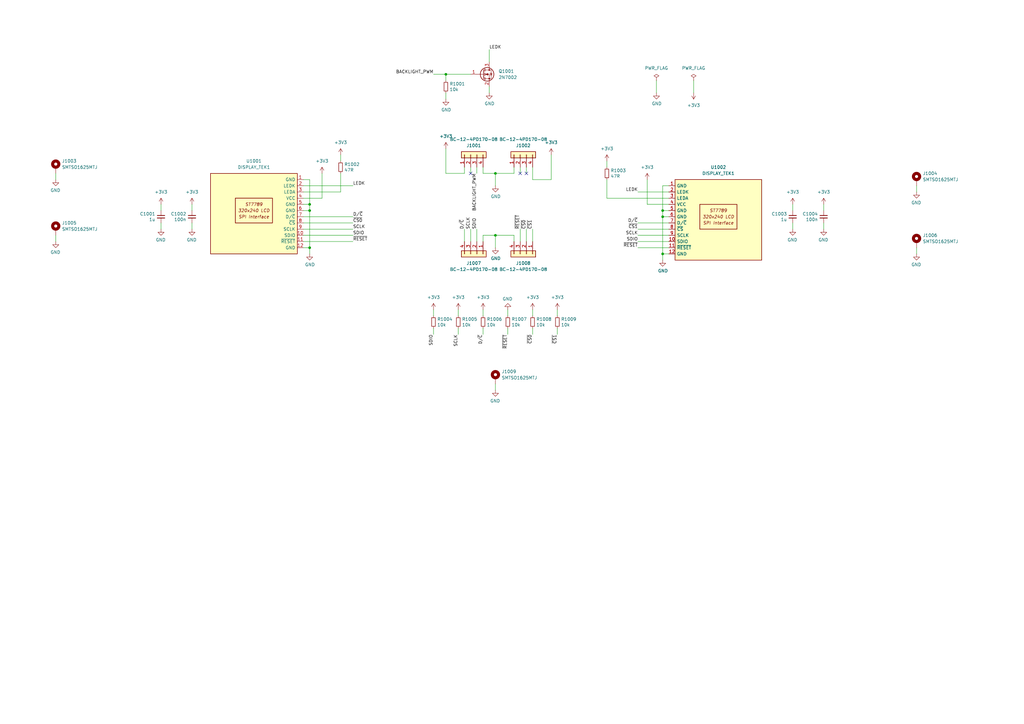
<source format=kicad_sch>
(kicad_sch (version 20231120) (generator "eeschema") (generator_version "8.0")
  (paper "A3")
  (lib_symbols
    (symbol "Connector_Generic:Conn_01x04" (pin_names (offset 1.016) hide)
      (property "Reference" "J" (at 0 5.08 0))
      (property "Value" "Conn_01x04" (at 0 -7.62 0))
      (symbol "Conn_01x04_1_1"
        (rectangle (start -1.27 -4.953) (end 0 -5.207) (stroke (width 0.1524)))
        (rectangle (start -1.27 -2.413) (end 0 -2.667) (stroke (width 0.1524)))
        (rectangle (start -1.27 0.127) (end 0 -0.127) (stroke (width 0.1524)))
        (rectangle (start -1.27 2.667) (end 0 2.413) (stroke (width 0.1524)))
        (rectangle (start -1.27 3.81) (end 1.27 -6.35) (stroke (width 0.254)) (fill (type background)))
        (pin passive line (at -5.08 2.54 0) (length 3.81) (name "Pin_1") (number "1"))
        (pin passive line (at -5.08 0 0) (length 3.81) (name "Pin_2") (number "2"))
        (pin passive line (at -5.08 -2.54 0) (length 3.81) (name "Pin_3") (number "3"))
        (pin passive line (at -5.08 -5.08 0) (length 3.81) (name "Pin_4") (number "4"))
      )
    )
    (symbol "Transistor_FET:2N7002" (pin_names hide)
      (property "Reference" "Q" (at 5.08 1.905 0))
      (property "Value" "2N7002" (at 5.08 0 0))
      (symbol "2N7002_0_1"
        (polyline (pts (xy 0.254 0) (xy -2.54 0)))
        (polyline (pts (xy 0.254 1.905) (xy 0.254 -1.905)) (stroke (width 0.254)))
        (polyline (pts (xy 0.762 -1.27) (xy 0.762 -2.286)) (stroke (width 0.254)))
        (polyline (pts (xy 0.762 0.508) (xy 0.762 -0.508)) (stroke (width 0.254)))
        (polyline (pts (xy 0.762 2.286) (xy 0.762 1.27)) (stroke (width 0.254)))
        (polyline (pts (xy 2.54 2.54) (xy 2.54 1.778)))
        (polyline (pts (xy 2.54 -2.54) (xy 2.54 0) (xy 0.762 0)))
        (polyline (pts (xy 0.762 -1.778) (xy 3.302 -1.778) (xy 3.302 1.778) (xy 0.762 1.778)))
        (polyline (pts (xy 1.016 0) (xy 2.032 0.381) (xy 2.032 -0.381) (xy 1.016 0)) (fill (type outline)))
        (polyline (pts (xy 2.794 0.508) (xy 2.921 0.381) (xy 3.683 0.381) (xy 3.81 0.254)))
        (polyline (pts (xy 3.302 0.381) (xy 2.921 -0.254) (xy 3.683 -0.254) (xy 3.302 0.381)))
        (circle (center 1.651 0) (radius 2.794) (stroke (width 0.254)))
        (circle (center 2.54 -1.778) (radius 0.254) (fill (type outline)))
        (circle (center 2.54 1.778) (radius 0.254) (fill (type outline)))
      )
      (symbol "2N7002_1_1"
        (pin input line (at -5.08 0 0) (length 2.54) (name "G") (number "1"))
        (pin passive line (at 2.54 -5.08 90) (length 2.54) (name "S") (number "2"))
        (pin passive line (at 2.54 5.08 270) (length 2.54) (name "D") (number "3"))
      )
    )
    (symbol "power:+3V3" (power) (pin_names (offset 0))
      (property "Value" "+3V3" (at 0 3.556 0))
      (symbol "+3V3_0_1"
        (polyline (pts (xy -0.762 1.27) (xy 0 2.54)))
        (polyline (pts (xy 0 0) (xy 0 2.54)))
        (polyline (pts (xy 0 2.54) (xy 0.762 1.27)))
      )
      (symbol "+3V3_1_1"
        (pin power_in line (at 0 0 90) (length 0) hide (name "+3V3") (number "1"))
      )
    )
    (symbol "power:GND" (power) (pin_names (offset 0))
      (property "Value" "GND" (at 0 -3.81 0))
      (symbol "GND_0_1"
        (polyline (pts (xy 0 0) (xy 0 -1.27) (xy 1.27 -1.27) (xy 0 -2.54) (xy -1.27 -1.27) (xy 0 -1.27)))
      )
      (symbol "GND_1_1"
        (pin power_in line (at 0 0 270) (length 0) hide (name "GND") (number "1"))
      )
    )
    (symbol "power:PWR_FLAG" (power) (pin_numbers hide) (pin_names (offset 0) hide)
      (property "Value" "PWR_FLAG" (at 0 3.81 0))
      (symbol "PWR_FLAG_0_0"
        (pin power_out line (at 0 0 90) (length 0) (name "pwr") (number "1"))
      )
      (symbol "PWR_FLAG_0_1"
        (polyline (pts (xy 0 0) (xy 0 1.27) (xy -1.016 1.905) (xy 0 2.54) (xy 1.016 1.905) (xy 0 1.27)))
      )
    )
    (symbol "suku_basics:CAP" (pin_numbers hide) (pin_names (offset 0.254) hide)
      (property "Reference" "C" (at 0.254 1.778 0))
      (symbol "CAP_0_1"
        (polyline (pts (xy -1.524 -0.508) (xy 1.524 -0.508)) (stroke (width 0.3302)))
        (polyline (pts (xy -1.524 0.508) (xy 1.524 0.508)) (stroke (width 0.3048)))
      )
      (symbol "CAP_1_1"
        (pin passive line (at 0 2.54 270) (length 2.032) (name "~") (number "1"))
        (pin passive line (at 0 -2.54 90) (length 2.032) (name "~") (number "2"))
      )
    )
    (symbol "suku_basics:DISPLAY_TEK1" (pin_names (offset 0.762))
      (property "Reference" "U" (at -17.78 20.32 0))
      (property "Value" "DISPLAY_TEK1" (at -10.16 20.32 0))
      (symbol "DISPLAY_TEK1_0_0"
        (text "320x240 LCD" (at 0 0 0) (effects (font (size 1.27 1.27) (italic yes))))
      )
      (symbol "DISPLAY_TEK1_0_1"
        (rectangle (start -17.78 15.24) (end 17.78 -17.78) (stroke (width 0.254)) (fill (type background)))
        (rectangle (start -7.62 5.08) (end 7.62 -5.08) (stroke (width 0.254)))
      )
      (symbol "DISPLAY_TEK1_1_0"
        (text "SPI Interface" (at 0 -2.54 0) (effects (font (size 1.27 1.27) (italic yes))))
        (text "ST7789" (at 0 2.54 0) (effects (font (size 1.27 1.27) (italic yes))))
      )
      (symbol "DISPLAY_TEK1_1_1"
        (pin power_in line (at 20.32 12.7 180) (length 2.54) (name "GND") (number "1"))
        (pin input line (at 20.32 -10.16 180) (length 2.54) (name "SDIO") (number "10"))
        (pin input line (at 20.32 -12.7 180) (length 2.54) (name "~{RESET}") (number "11"))
        (pin power_in line (at 20.32 -15.24 180) (length 2.54) (name "GND") (number "12"))
        (pin passive line (at 20.32 10.16 180) (length 2.54) (name "LEDK") (number "2"))
        (pin passive line (at 20.32 7.62 180) (length 2.54) (name "LEDA") (number "3"))
        (pin power_in line (at 20.32 5.08 180) (length 2.54) (name "VCC") (number "4"))
        (pin power_in line (at 20.32 2.54 180) (length 2.54) (name "GND") (number "5"))
        (pin power_in line (at 20.32 0 180) (length 2.54) (name "GND") (number "6"))
        (pin input line (at 20.32 -2.54 180) (length 2.54) (name "D/~{C}") (number "7"))
        (pin input line (at 20.32 -5.08 180) (length 2.54) (name "~{CS}") (number "8"))
        (pin input line (at 20.32 -7.62 180) (length 2.54) (name "SCLK") (number "9"))
      )
    )
    (symbol "suku_basics:RES" (pin_numbers hide) (pin_names (offset 0.254) hide)
      (property "Reference" "R" (at 0.762 0.508 0))
      (symbol "RES_1_1"
        (rectangle (start -0.762 1.778) (end 0.762 -1.778) (stroke (width 0.2032)))
        (pin passive line (at 0 2.54 270) (length 0.762) (name "~") (number "1"))
        (pin passive line (at 0 -2.54 90) (length 0.762) (name "~") (number "2"))
      )
    )
    (symbol "suku_basics:SMD_NUT" (pin_numbers hide) (pin_names (offset 1.016) hide)
      (property "Reference" "J" (at 0 6.35 0))
      (property "Value" "SMD_NUT" (at 0 4.445 0))
      (symbol "SMD_NUT_0_1"
        (circle (center 0 1.27) (radius 1.27) (stroke (width 1.27)))
      )
      (symbol "SMD_NUT_1_1"
        (pin input line (at 0 -2.54 90) (length 2.54) (name "1") (number "1"))
      )
    )
  )
  (junction (at 203.2 96.52))
  (junction (at 203.2 71.12))
  (junction (at 271.78 104.14))
  (junction (at 127 101.6))
  (junction (at 127 86.36))
  (junction (at 182.88 30.48))
  (junction (at 271.78 88.9))
  (junction (at 127 83.82))
  (junction (at 271.78 86.36))
  (no_connect (at 213.36 71.12))
  (no_connect (at 193.04 71.12))
  (no_connect (at 215.9 71.12))
  (wire (pts (xy 190.5 93.98) (xy 190.5 99.06)))
  (wire (pts (xy 66.04 91.44) (xy 66.04 93.98)))
  (wire (pts (xy 198.12 71.12) (xy 198.12 68.58)))
  (wire (pts (xy 124.46 73.66) (xy 127 73.66)))
  (wire (pts (xy 203.2 71.12) (xy 210.82 71.12)))
  (wire (pts (xy 337.82 91.44) (xy 337.82 93.98)))
  (wire (pts (xy 22.86 71.12) (xy 22.86 73.66)))
  (wire (pts (xy 218.44 93.98) (xy 218.44 99.06)))
  (wire (pts (xy 248.92 73.66) (xy 248.92 81.28)))
  (wire (pts (xy 124.46 96.52) (xy 144.78 96.52)))
  (wire (pts (xy 124.46 78.74) (xy 139.7 78.74)))
  (wire (pts (xy 182.88 30.48) (xy 193.04 30.48)))
  (wire (pts (xy 203.2 71.12) (xy 198.12 71.12)))
  (wire (pts (xy 261.62 91.44) (xy 274.32 91.44)))
  (wire (pts (xy 218.44 73.66) (xy 226.06 73.66)))
  (wire (pts (xy 274.32 93.98) (xy 261.62 93.98)))
  (wire (pts (xy 208.28 127) (xy 208.28 129.54)))
  (wire (pts (xy 78.74 91.44) (xy 78.74 93.98)))
  (wire (pts (xy 271.78 76.2) (xy 271.78 86.36)))
  (wire (pts (xy 200.66 20.32) (xy 200.66 25.4)))
  (wire (pts (xy 127 101.6) (xy 127 104.14)))
  (wire (pts (xy 265.43 83.82) (xy 274.32 83.82)))
  (wire (pts (xy 66.04 83.82) (xy 66.04 86.36)))
  (wire (pts (xy 200.66 38.1) (xy 200.66 35.56)))
  (wire (pts (xy 22.86 96.52) (xy 22.86 99.06)))
  (wire (pts (xy 325.12 83.82) (xy 325.12 86.36)))
  (wire (pts (xy 274.32 86.36) (xy 271.78 86.36)))
  (wire (pts (xy 127 73.66) (xy 127 83.82)))
  (wire (pts (xy 127 83.82) (xy 127 86.36)))
  (wire (pts (xy 124.46 91.44) (xy 144.78 91.44)))
  (wire (pts (xy 203.2 71.12) (xy 203.2 76.2)))
  (wire (pts (xy 182.88 60.96) (xy 182.88 71.12)))
  (wire (pts (xy 124.46 99.06) (xy 144.78 99.06)))
  (wire (pts (xy 274.32 76.2) (xy 271.78 76.2)))
  (wire (pts (xy 210.82 99.06) (xy 210.82 96.52)))
  (wire (pts (xy 218.44 134.62) (xy 218.44 137.16)))
  (wire (pts (xy 261.62 101.6) (xy 274.32 101.6)))
  (wire (pts (xy 274.32 88.9) (xy 271.78 88.9)))
  (wire (pts (xy 218.44 127) (xy 218.44 129.54)))
  (wire (pts (xy 195.58 68.58) (xy 195.58 71.12)))
  (wire (pts (xy 269.24 33.02) (xy 269.24 38.1)))
  (wire (pts (xy 213.36 93.98) (xy 213.36 99.06)))
  (wire (pts (xy 187.96 134.62) (xy 187.96 137.16)))
  (wire (pts (xy 215.9 93.98) (xy 215.9 99.06)))
  (wire (pts (xy 182.88 71.12) (xy 190.5 71.12)))
  (wire (pts (xy 177.8 127) (xy 177.8 129.54)))
  (wire (pts (xy 177.8 30.48) (xy 182.88 30.48)))
  (wire (pts (xy 182.88 38.1) (xy 182.88 40.64)))
  (wire (pts (xy 78.74 83.82) (xy 78.74 86.36)))
  (wire (pts (xy 124.46 81.28) (xy 132.08 81.28)))
  (wire (pts (xy 271.78 106.68) (xy 271.78 104.14)))
  (wire (pts (xy 195.58 93.98) (xy 195.58 99.06)))
  (wire (pts (xy 208.28 134.62) (xy 208.28 137.16)))
  (wire (pts (xy 190.5 71.12) (xy 190.5 68.58)))
  (wire (pts (xy 271.78 104.14) (xy 274.32 104.14)))
  (wire (pts (xy 124.46 93.98) (xy 144.78 93.98)))
  (wire (pts (xy 248.92 81.28) (xy 274.32 81.28)))
  (wire (pts (xy 271.78 86.36) (xy 271.78 88.9)))
  (wire (pts (xy 203.2 157.48) (xy 203.2 160.02)))
  (wire (pts (xy 193.04 93.98) (xy 193.04 99.06)))
  (wire (pts (xy 198.12 134.62) (xy 198.12 137.16)))
  (wire (pts (xy 139.7 71.12) (xy 139.7 78.74)))
  (wire (pts (xy 203.2 96.52) (xy 198.12 96.52)))
  (wire (pts (xy 228.6 134.62) (xy 228.6 137.16)))
  (wire (pts (xy 182.88 33.02) (xy 182.88 30.48)))
  (wire (pts (xy 284.48 33.02) (xy 284.48 38.1)))
  (wire (pts (xy 210.82 71.12) (xy 210.82 68.58)))
  (wire (pts (xy 139.7 63.5) (xy 139.7 66.04)))
  (wire (pts (xy 210.82 96.52) (xy 203.2 96.52)))
  (wire (pts (xy 218.44 73.66) (xy 218.44 68.58)))
  (wire (pts (xy 124.46 101.6) (xy 127 101.6)))
  (wire (pts (xy 248.92 66.04) (xy 248.92 68.58)))
  (wire (pts (xy 261.62 99.06) (xy 274.32 99.06)))
  (wire (pts (xy 127 86.36) (xy 127 101.6)))
  (wire (pts (xy 271.78 88.9) (xy 271.78 104.14)))
  (wire (pts (xy 198.12 96.52) (xy 198.12 99.06)))
  (wire (pts (xy 261.62 78.74) (xy 274.32 78.74)))
  (wire (pts (xy 226.06 63.5) (xy 226.06 73.66)))
  (wire (pts (xy 203.2 101.6) (xy 203.2 96.52)))
  (wire (pts (xy 213.36 68.58) (xy 213.36 71.12)))
  (wire (pts (xy 261.62 96.52) (xy 274.32 96.52)))
  (wire (pts (xy 337.82 83.82) (xy 337.82 86.36)))
  (wire (pts (xy 187.96 127) (xy 187.96 129.54)))
  (wire (pts (xy 132.08 71.12) (xy 132.08 81.28)))
  (wire (pts (xy 375.92 76.2) (xy 375.92 78.74)))
  (wire (pts (xy 375.92 101.6) (xy 375.92 104.14)))
  (wire (pts (xy 325.12 91.44) (xy 325.12 93.98)))
  (wire (pts (xy 177.8 134.62) (xy 177.8 137.16)))
  (wire (pts (xy 215.9 68.58) (xy 215.9 71.12)))
  (wire (pts (xy 198.12 127) (xy 198.12 129.54)))
  (wire (pts (xy 124.46 88.9) (xy 144.78 88.9)))
  (wire (pts (xy 228.6 127) (xy 228.6 129.54)))
  (wire (pts (xy 124.46 86.36) (xy 127 86.36)))
  (wire (pts (xy 124.46 76.2) (xy 144.78 76.2)))
  (wire (pts (xy 193.04 68.58) (xy 193.04 71.12)))
  (wire (pts (xy 265.43 73.66) (xy 265.43 83.82)))
  (wire (pts (xy 124.46 83.82) (xy 127 83.82)))
  (label "~{CS0}" (at 218.44 137.16 270))
  (label "BACKLIGHT_PWM" (at 177.8 30.48 180))
  (label "~{RESET}" (at 261.62 101.6 180))
  (label "~{CS0}" (at 144.78 91.44 0))
  (label "D{slash}~{C}" (at 261.62 91.44 180))
  (label "BACKLIGHT_PWM" (at 195.58 71.12 270))
  (label "~{RESET}" (at 144.78 99.06 0))
  (label "D{slash}~{C}" (at 190.5 93.98 90))
  (label "LEDK" (at 200.66 20.32 0))
  (label "LEDK" (at 144.78 76.2 0))
  (label "SDIO" (at 144.78 96.52 0))
  (label "SCLK" (at 144.78 93.98 0))
  (label "~{CS1}" (at 261.62 93.98 180))
  (label "SCLK" (at 261.62 96.52 180))
  (label "D{slash}~{C}" (at 198.12 137.16 270))
  (label "SDIO" (at 195.58 93.98 90))
  (label "SDIO" (at 261.62 99.06 180))
  (label "~{RESET}" (at 208.28 137.16 270))
  (label "SDIO" (at 177.8 137.16 270))
  (label "~{CS1}" (at 228.6 137.16 270))
  (label "SCLK" (at 193.04 93.98 90))
  (label "D{slash}~{C}" (at 144.78 88.9 0))
  (label "~{RESET}" (at 213.36 93.98 90))
  (label "SCLK" (at 187.96 137.16 270))
  (label "LEDK" (at 261.62 78.74 180))
  (label "~{CS0}" (at 215.9 93.98 90))
  (label "~{CS1}" (at 218.44 93.98 90))
  (symbol (lib_id "power:+3V3") (at 78.74 83.82 0) (mirror y) (unit 1)
    (property "Reference" "#PWR01015" (effects (hide yes)))
    (property "Value" "+3V3" (at 78.74 78.74 0))
  )
  (symbol (lib_id "power:+3V3") (at 337.82 83.82 0) (mirror y) (unit 1)
    (property "Reference" "#PWR01017" (effects (hide yes)))
    (property "Value" "+3V3" (at 337.82 78.74 0))
  )
  (symbol (lib_id "suku_basics:DISPLAY_TEK1") (at 294.64 88.9 0) (mirror y) (unit 1)
    (property "Reference" "U1002" (at 294.64 68.58 0))
    (property "Value" "DISPLAY_TEK1" (at 294.64 71.12 0))
    (property "Footprint" "suku_basics:Display_VSN1_flat" (effects (hide yes)))
    (property "Datasheet" "https://www.buydisplay.com/2-inch-ips-tft-lcd-display-ips-panel-screen-240x320-for-smart-watch" (effects (hide yes)))
    (property "Description" "ST7789 controller, SPI TFT LCD Display" (effects (hide yes)))
  )
  (symbol (lib_id "suku_basics:RES") (at 139.7 68.58 0) (unit 1)
    (property "Reference" "R1002" (at 141.1986 67.4116 0) (effects (justify left)))
    (property "Value" "47R" (at 141.1986 69.723 0) (effects (justify left)))
    (property "Footprint" "suku_basics:RES_0402" (effects (hide yes)))
  )
  (symbol (lib_id "suku_basics:SMD_NUT") (at 22.86 68.58 0) (unit 1)
    (property "Reference" "J1003" (at 25.4 66.0399 0) (effects (justify left)))
    (property "Value" "SMTSO1625MTJ" (at 25.4 68.5799 0) (effects (justify left)))
    (property "Footprint" "suku_basics:SMD_NUT_M1.6x2.5" (effects (hide yes)))
    (property "Description" "SMD Nut" (effects (hide yes)))
  )
  (symbol (lib_id "suku_basics:RES") (at 187.96 132.08 0) (unit 1)
    (property "Reference" "R1005" (at 189.4586 130.9116 0) (effects (justify left)))
    (property "Value" "10k" (at 189.4586 133.223 0) (effects (justify left)))
    (property "Footprint" "suku_basics:RES_0402" (effects (hide yes)))
  )
  (symbol (lib_id "suku_basics:DISPLAY_TEK1") (at 104.14 86.36 0) (unit 1)
    (property "Reference" "U1001" (at 104.14 66.04 0))
    (property "Value" "DISPLAY_TEK1" (at 104.14 68.58 0))
    (property "Footprint" "suku_basics:Display_VSN1_flat" (effects (hide yes)))
    (property "Datasheet" "https://www.buydisplay.com/2-inch-ips-tft-lcd-display-ips-panel-screen-240x320-for-smart-watch" (effects (hide yes)))
    (property "Description" "ST7789 controller, SPI TFT LCD Display" (effects (hide yes)))
  )
  (symbol (lib_id "power:GND") (at 325.12 93.98 0) (mirror y) (unit 1)
    (property "Reference" "#PWR01020" (effects (hide yes)))
    (property "Value" "GND" (at 324.993 98.3742 0))
  )
  (symbol (lib_id "power:GND") (at 182.88 40.64 0) (unit 1)
    (property "Reference" "#PWR01004" (effects (hide yes)))
    (property "Value" "GND" (at 183.007 45.0342 0))
  )
  (symbol (lib_id "Connector_Generic:Conn_01x04") (at 195.58 104.14 270) (unit 1)
    (property "Reference" "J1007" (at 194.31 107.95 90))
    (property "Value" "BC-12-4PD170-08" (at 194.31 110.49 90))
    (property "Footprint" "suku_basics:J_BATTERY_CONN" (effects (hide yes)))
    (property "Description" "Generic connector, single row, 01x04, script generated (kicad-library-utils/schlib/autogen/connector/)" (effects (hide yes)))
  )
  (symbol (lib_id "power:+3V3") (at 132.08 71.12 0) (mirror y) (unit 1)
    (property "Reference" "#PWR01009" (effects (hide yes)))
    (property "Value" "+3V3" (at 132.08 66.04 0))
  )
  (symbol (lib_id "power:+3V3") (at 187.96 127 0) (mirror y) (unit 1)
    (property "Reference" "#PWR01028" (effects (hide yes)))
    (property "Value" "+3V3" (at 187.96 121.92 0))
  )
  (symbol (lib_id "power:GND") (at 375.92 78.74 0) (mirror y) (unit 1)
    (property "Reference" "#PWR01013" (effects (hide yes)))
    (property "Value" "GND" (at 375.793 83.1342 0))
  )
  (symbol (lib_id "suku_basics:SMD_NUT") (at 203.2 154.94 0) (unit 1)
    (property "Reference" "J1009" (at 205.74 152.3999 0) (effects (justify left)))
    (property "Value" "SMTSO1625MTJ" (at 205.74 154.9399 0) (effects (justify left)))
    (property "Footprint" "suku_basics:SMD_NUT_M1.6x2.5" (effects (hide yes)))
    (property "Description" "SMD Nut" (effects (hide yes)))
  )
  (symbol (lib_id "power:GND") (at 337.82 93.98 0) (mirror y) (unit 1)
    (property "Reference" "#PWR01021" (effects (hide yes)))
    (property "Value" "GND" (at 337.693 98.3742 0))
  )
  (symbol (lib_id "power:GND") (at 208.28 127 180) (unit 1)
    (property "Reference" "#PWR01030" (effects (hide yes)))
    (property "Value" "GND" (at 208.153 122.6058 0))
  )
  (symbol (lib_id "power:GND") (at 22.86 99.06 0) (mirror y) (unit 1)
    (property "Reference" "#PWR01022" (effects (hide yes)))
    (property "Value" "GND" (at 22.733 103.4542 0))
  )
  (symbol (lib_id "power:+3V3") (at 325.12 83.82 0) (mirror y) (unit 1)
    (property "Reference" "#PWR01016" (effects (hide yes)))
    (property "Value" "+3V3" (at 325.12 78.74 0))
  )
  (symbol (lib_id "suku_basics:SMD_NUT") (at 375.92 99.06 0) (unit 1)
    (property "Reference" "J1006" (at 378.46 96.5199 0) (effects (justify left)))
    (property "Value" "SMTSO1625MTJ" (at 378.46 99.0599 0) (effects (justify left)))
    (property "Footprint" "suku_basics:SMD_NUT_M1.6x2.5" (effects (hide yes)))
    (property "Description" "SMD Nut" (effects (hide yes)))
  )
  (symbol (lib_id "power:GND") (at 200.66 38.1 0) (unit 1)
    (property "Reference" "#PWR01001" (effects (hide yes)))
    (property "Value" "GND" (at 200.787 42.4942 0))
  )
  (symbol (lib_id "power:GND") (at 271.78 106.68 0) (unit 1)
    (property "Reference" "#PWR01026" (effects (hide yes)))
    (property "Value" "GND" (at 271.907 111.0742 0))
  )
  (symbol (lib_id "suku_basics:SMD_NUT") (at 22.86 93.98 0) (unit 1)
    (property "Reference" "J1005" (at 25.4 91.4399 0) (effects (justify left)))
    (property "Value" "SMTSO1625MTJ" (at 25.4 93.9799 0) (effects (justify left)))
    (property "Footprint" "suku_basics:SMD_NUT_M1.6x2.5" (effects (hide yes)))
    (property "Description" "SMD Nut" (effects (hide yes)))
  )
  (symbol (lib_id "Connector_Generic:Conn_01x04") (at 215.9 104.14 270) (unit 1)
    (property "Reference" "J1008" (at 214.63 107.95 90))
    (property "Value" "BC-12-4PD170-08" (at 214.63 110.49 90))
    (property "Footprint" "suku_basics:J_BATTERY_CONN" (effects (hide yes)))
    (property "Description" "Generic connector, single row, 01x04, script generated (kicad-library-utils/schlib/autogen/connector/)" (effects (hide yes)))
  )
  (symbol (lib_id "power:+3V3") (at 226.06 63.5 0) (mirror y) (unit 1)
    (property "Reference" "#PWR01007" (effects (hide yes)))
    (property "Value" "+3V3" (at 226.06 58.42 0))
  )
  (symbol (lib_id "power:GND") (at 203.2 101.6 0) (unit 1)
    (property "Reference" "#PWR01023" (effects (hide yes)))
    (property "Value" "GND" (at 203.327 105.9942 0))
  )
  (symbol (lib_id "power:GND") (at 269.24 38.1 0) (unit 1)
    (property "Reference" "#PWR01002" (effects (hide yes)))
    (property "Value" "GND" (at 269.367 42.4942 0))
  )
  (symbol (lib_id "power:GND") (at 203.2 76.2 0) (unit 1)
    (property "Reference" "#PWR01012" (effects (hide yes)))
    (property "Value" "GND" (at 203.327 80.5942 0))
  )
  (symbol (lib_id "Transistor_FET:2N7002") (at 198.12 30.48 0) (unit 1)
    (property "Reference" "Q1001" (at 204.47 29.2099 0) (effects (justify left)))
    (property "Value" "2N7002" (at 204.47 31.7499 0) (effects (justify left)))
    (property "Footprint" "suku_basics:SOT-23" (effects (hide yes)))
    (property "Datasheet" "https://www.onsemi.com/pub/Collateral/NDS7002A-D.PDF" (effects (hide yes)))
    (property "Description" "0.115A Id, 60V Vds, N-Channel MOSFET, SOT-23" (effects (hide yes)))
  )
  (symbol (lib_id "Connector_Generic:Conn_01x04") (at 193.04 63.5 90) (unit 1)
    (property "Reference" "J1001" (at 194.31 59.69 90))
    (property "Value" "BC-12-4PD170-08" (at 194.31 57.15 90))
    (property "Footprint" "suku_basics:J_BATTERY_CONN" (effects (hide yes)))
    (property "Description" "Generic connector, single row, 01x04, script generated (kicad-library-utils/schlib/autogen/connector/)" (effects (hide yes)))
  )
  (symbol (lib_id "suku_basics:RES") (at 248.92 71.12 0) (unit 1)
    (property "Reference" "R1003" (at 250.4186 69.9516 0) (effects (justify left)))
    (property "Value" "47R" (at 250.4186 72.263 0) (effects (justify left)))
    (property "Footprint" "suku_basics:RES_0402" (effects (hide yes)))
  )
  (symbol (lib_id "power:GND") (at 22.86 73.66 0) (mirror y) (unit 1)
    (property "Reference" "#PWR01010" (effects (hide yes)))
    (property "Value" "GND" (at 22.733 78.0542 0))
  )
  (symbol (lib_id "suku_basics:CAP") (at 66.04 88.9 0) (mirror y) (unit 1)
    (property "Reference" "C1001" (at 63.7032 87.7316 0) (effects (justify left)))
    (property "Value" "1u" (at 63.7032 90.043 0) (effects (justify left)))
    (property "Footprint" "suku_basics:CAP_0402" (effects (hide yes)))
  )
  (symbol (lib_id "power:+3V3") (at 66.04 83.82 0) (mirror y) (unit 1)
    (property "Reference" "#PWR01014" (effects (hide yes)))
    (property "Value" "+3V3" (at 66.04 78.74 0))
  )
  (symbol (lib_id "Connector_Generic:Conn_01x04") (at 213.36 63.5 90) (unit 1)
    (property "Reference" "J1002" (at 214.63 59.69 90))
    (property "Value" "BC-12-4PD170-08" (at 214.63 57.15 90))
    (property "Footprint" "suku_basics:J_BATTERY_CONN" (effects (hide yes)))
    (property "Description" "Generic connector, single row, 01x04, script generated (kicad-library-utils/schlib/autogen/connector/)" (effects (hide yes)))
  )
  (symbol (lib_id "suku_basics:RES") (at 182.88 35.56 0) (unit 1)
    (property "Reference" "R1001" (at 184.3786 34.3916 0) (effects (justify left)))
    (property "Value" "10k" (at 184.3786 36.703 0) (effects (justify left)))
    (property "Footprint" "suku_basics:RES_0402" (effects (hide yes)))
  )
  (symbol (lib_id "power:+3V3") (at 177.8 127 0) (mirror y) (unit 1)
    (property "Reference" "#PWR01027" (effects (hide yes)))
    (property "Value" "+3V3" (at 177.8 121.92 0))
  )
  (symbol (lib_id "suku_basics:RES") (at 177.8 132.08 0) (unit 1)
    (property "Reference" "R1004" (at 179.2986 130.9116 0) (effects (justify left)))
    (property "Value" "10k" (at 179.2986 133.223 0) (effects (justify left)))
    (property "Footprint" "suku_basics:RES_0402" (effects (hide yes)))
  )
  (symbol (lib_id "suku_basics:RES") (at 198.12 132.08 0) (unit 1)
    (property "Reference" "R1006" (at 199.6186 130.9116 0) (effects (justify left)))
    (property "Value" "10k" (at 199.6186 133.223 0) (effects (justify left)))
    (property "Footprint" "suku_basics:RES_0402" (effects (hide yes)))
  )
  (symbol (lib_id "suku_basics:CAP") (at 78.74 88.9 0) (mirror y) (unit 1)
    (property "Reference" "C1002" (at 76.4032 87.7316 0) (effects (justify left)))
    (property "Value" "100n" (at 76.4032 90.043 0) (effects (justify left)))
    (property "Footprint" "suku_basics:CAP_0402" (effects (hide yes)))
  )
  (symbol (lib_id "power:+3V3") (at 228.6 127 0) (mirror y) (unit 1)
    (property "Reference" "#PWR01032" (effects (hide yes)))
    (property "Value" "+3V3" (at 228.6 121.92 0))
  )
  (symbol (lib_id "power:GND") (at 127 104.14 0) (unit 1)
    (property "Reference" "#PWR01024" (effects (hide yes)))
    (property "Value" "GND" (at 127.127 108.5342 0))
  )
  (symbol (lib_id "power:+3V3") (at 198.12 127 0) (mirror y) (unit 1)
    (property "Reference" "#PWR01029" (effects (hide yes)))
    (property "Value" "+3V3" (at 198.12 121.92 0))
  )
  (symbol (lib_id "power:PWR_FLAG") (at 284.48 33.02 0) (unit 1)
    (property "Reference" "#FLG01002" (effects (hide yes)))
    (property "Value" "PWR_FLAG" (at 284.48 27.94 0))
    (property "Description" "Special symbol for telling ERC where power comes from" (effects (hide yes)))
  )
  (symbol (lib_id "power:+3V3") (at 139.7 63.5 0) (mirror y) (unit 1)
    (property "Reference" "#PWR01006" (effects (hide yes)))
    (property "Value" "+3V3" (at 139.7 58.42 0))
  )
  (symbol (lib_id "suku_basics:CAP") (at 337.82 88.9 0) (mirror y) (unit 1)
    (property "Reference" "C1004" (at 335.4832 87.7316 0) (effects (justify left)))
    (property "Value" "100n" (at 335.4832 90.043 0) (effects (justify left)))
    (property "Footprint" "suku_basics:CAP_0402" (effects (hide yes)))
  )
  (symbol (lib_id "suku_basics:CAP") (at 325.12 88.9 0) (mirror y) (unit 1)
    (property "Reference" "C1003" (at 322.7832 87.7316 0) (effects (justify left)))
    (property "Value" "1u" (at 322.7832 90.043 0) (effects (justify left)))
    (property "Footprint" "suku_basics:CAP_0402" (effects (hide yes)))
  )
  (symbol (lib_id "power:GND") (at 66.04 93.98 0) (mirror y) (unit 1)
    (property "Reference" "#PWR01018" (effects (hide yes)))
    (property "Value" "GND" (at 65.913 98.3742 0))
  )
  (symbol (lib_id "suku_basics:RES") (at 218.44 132.08 0) (unit 1)
    (property "Reference" "R1008" (at 219.9386 130.9116 0) (effects (justify left)))
    (property "Value" "10k" (at 219.9386 133.223 0) (effects (justify left)))
    (property "Footprint" "suku_basics:RES_0402" (effects (hide yes)))
  )
  (symbol (lib_id "power:+3V3") (at 218.44 127 0) (mirror y) (unit 1)
    (property "Reference" "#PWR01031" (effects (hide yes)))
    (property "Value" "+3V3" (at 218.44 121.92 0))
  )
  (symbol (lib_id "power:GND") (at 78.74 93.98 0) (mirror y) (unit 1)
    (property "Reference" "#PWR01019" (effects (hide yes)))
    (property "Value" "GND" (at 78.613 98.3742 0))
  )
  (symbol (lib_id "power:GND") (at 203.2 160.02 0) (mirror y) (unit 1)
    (property "Reference" "#PWR01033" (effects (hide yes)))
    (property "Value" "GND" (at 203.073 164.4142 0))
  )
  (symbol (lib_id "power:+3V3") (at 182.88 60.96 0) (mirror y) (unit 1)
    (property "Reference" "#PWR01005" (effects (hide yes)))
    (property "Value" "+3V3" (at 182.88 55.88 0))
  )
  (symbol (lib_id "suku_basics:SMD_NUT") (at 375.92 73.66 0) (unit 1)
    (property "Reference" "J1004" (at 378.46 71.1199 0) (effects (justify left)))
    (property "Value" "SMTSO1625MTJ" (at 378.46 73.6599 0) (effects (justify left)))
    (property "Footprint" "suku_basics:SMD_NUT_M1.6x2.5" (effects (hide yes)))
    (property "Description" "SMD Nut" (effects (hide yes)))
  )
  (symbol (lib_id "suku_basics:RES") (at 208.28 132.08 0) (unit 1)
    (property "Reference" "R1007" (at 209.7786 130.9116 0) (effects (justify left)))
    (property "Value" "10k" (at 209.7786 133.223 0) (effects (justify left)))
    (property "Footprint" "suku_basics:RES_0402" (effects (hide yes)))
  )
  (symbol (lib_id "power:PWR_FLAG") (at 269.24 33.02 0) (unit 1)
    (property "Reference" "#FLG01001" (effects (hide yes)))
    (property "Value" "PWR_FLAG" (at 269.24 27.94 0))
    (property "Description" "Special symbol for telling ERC where power comes from" (effects (hide yes)))
  )
  (symbol (lib_id "suku_basics:RES") (at 228.6 132.08 0) (unit 1)
    (property "Reference" "R1009" (at 230.0986 130.9116 0) (effects (justify left)))
    (property "Value" "10k" (at 230.0986 133.223 0) (effects (justify left)))
    (property "Footprint" "suku_basics:RES_0402" (effects (hide yes)))
  )
  (symbol (lib_id "power:+3V3") (at 248.92 66.04 0) (mirror y) (unit 1)
    (property "Reference" "#PWR01008" (effects (hide yes)))
    (property "Value" "+3V3" (at 248.92 60.96 0))
  )
  (symbol (lib_id "power:+3V3") (at 284.48 38.1 0) (mirror x) (unit 1)
    (property "Reference" "#PWR01003" (effects (hide yes)))
    (property "Value" "+3V3" (at 284.48 43.18 0))
  )
  (symbol (lib_id "power:GND") (at 375.92 104.14 0) (mirror y) (unit 1)
    (property "Reference" "#PWR01025" (effects (hide yes)))
    (property "Value" "GND" (at 375.793 108.5342 0))
  )
  (symbol (lib_id "power:+3V3") (at 265.43 73.66 0) (mirror y) (unit 1)
    (property "Reference" "#PWR01011" (effects (hide yes)))
    (property "Value" "+3V3" (at 265.43 68.58 0))
  )
)
</source>
